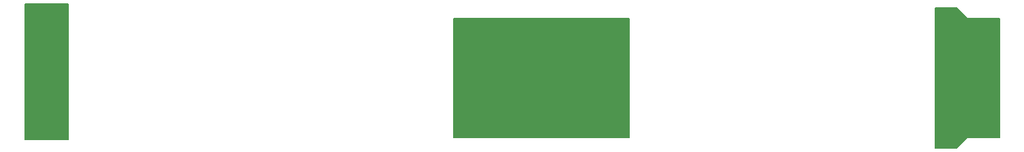
<source format=gbr>
%TF.GenerationSoftware,KiCad,Pcbnew,(6.0.7)*%
%TF.CreationDate,2022-08-24T00:14:04+02:00*%
%TF.ProjectId,rcp2n64adv2,72637032-6e36-4346-9164-76322e6b6963,rev?*%
%TF.SameCoordinates,Original*%
%TF.FileFunction,Other,User*%
%FSLAX46Y46*%
G04 Gerber Fmt 4.6, Leading zero omitted, Abs format (unit mm)*
G04 Created by KiCad (PCBNEW (6.0.7)) date 2022-08-24 00:14:04*
%MOMM*%
%LPD*%
G01*
G04 APERTURE LIST*
%ADD10C,0.150000*%
G04 APERTURE END LIST*
D10*
G36*
X211100000Y-94050000D02*
G01*
X215200000Y-94050000D01*
X215200000Y-109300000D01*
X211050000Y-109300000D01*
X209700000Y-110650000D01*
X207000000Y-110650000D01*
X207000000Y-92700000D01*
X209750000Y-92700000D01*
X211100000Y-94050000D01*
G37*
X211100000Y-94050000D02*
X215200000Y-94050000D01*
X215200000Y-109300000D01*
X211050000Y-109300000D01*
X209700000Y-110650000D01*
X207000000Y-110650000D01*
X207000000Y-92700000D01*
X209750000Y-92700000D01*
X211100000Y-94050000D01*
X145350000Y-94050000D02*
X167800000Y-94050000D01*
X167800000Y-94050000D02*
X167800000Y-109300000D01*
X167800000Y-109300000D02*
X145350000Y-109300000D01*
X145350000Y-109300000D02*
X145350000Y-94050000D01*
G36*
X145350000Y-94050000D02*
G01*
X167800000Y-94050000D01*
X167800000Y-109300000D01*
X145350000Y-109300000D01*
X145350000Y-94050000D01*
G37*
G36*
X96000000Y-109600000D02*
G01*
X90500000Y-109600000D01*
X90500000Y-92250000D01*
X96000000Y-92250000D01*
X96000000Y-109600000D01*
G37*
X96000000Y-109600000D02*
X90500000Y-109600000D01*
X90500000Y-92250000D01*
X96000000Y-92250000D01*
X96000000Y-109600000D01*
M02*

</source>
